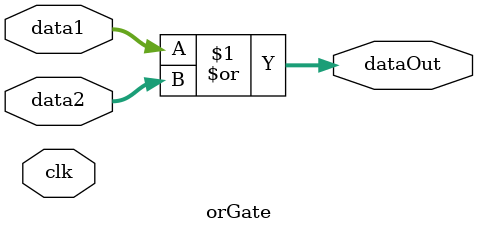
<source format=v>
module orGate(data1, data2, dataOut, clk);

	input clk;
	input [7:0] data1, data2;
	output [7:0] dataOut;
	
	assign dataOut = data1 | data2;
endmodule
</source>
